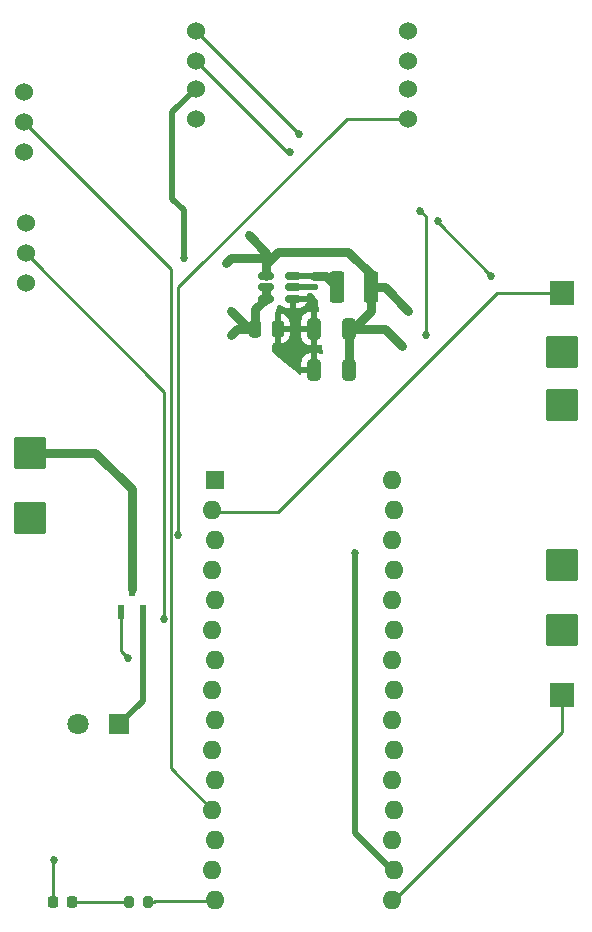
<source format=gtl>
%TF.GenerationSoftware,KiCad,Pcbnew,9.0.0*%
%TF.CreationDate,2025-04-14T19:38:06-04:00*%
%TF.ProjectId,brainfreeze,62726169-6e66-4726-9565-7a652e6b6963,rev?*%
%TF.SameCoordinates,Original*%
%TF.FileFunction,Copper,L1,Top*%
%TF.FilePolarity,Positive*%
%FSLAX46Y46*%
G04 Gerber Fmt 4.6, Leading zero omitted, Abs format (unit mm)*
G04 Created by KiCad (PCBNEW 9.0.0) date 2025-04-14 19:38:06*
%MOMM*%
%LPD*%
G01*
G04 APERTURE LIST*
G04 Aperture macros list*
%AMRoundRect*
0 Rectangle with rounded corners*
0 $1 Rounding radius*
0 $2 $3 $4 $5 $6 $7 $8 $9 X,Y pos of 4 corners*
0 Add a 4 corners polygon primitive as box body*
4,1,4,$2,$3,$4,$5,$6,$7,$8,$9,$2,$3,0*
0 Add four circle primitives for the rounded corners*
1,1,$1+$1,$2,$3*
1,1,$1+$1,$4,$5*
1,1,$1+$1,$6,$7*
1,1,$1+$1,$8,$9*
0 Add four rect primitives between the rounded corners*
20,1,$1+$1,$2,$3,$4,$5,0*
20,1,$1+$1,$4,$5,$6,$7,0*
20,1,$1+$1,$6,$7,$8,$9,0*
20,1,$1+$1,$8,$9,$2,$3,0*%
G04 Aperture macros list end*
%TA.AperFunction,SMDPad,CuDef*%
%ADD10RoundRect,0.150000X-0.512500X-0.150000X0.512500X-0.150000X0.512500X0.150000X-0.512500X0.150000X0*%
%TD*%
%TA.AperFunction,SMDPad,CuDef*%
%ADD11RoundRect,0.250000X-0.250000X-0.475000X0.250000X-0.475000X0.250000X0.475000X-0.250000X0.475000X0*%
%TD*%
%TA.AperFunction,ComponentPad*%
%ADD12RoundRect,0.250000X-1.125000X-1.125000X1.125000X-1.125000X1.125000X1.125000X-1.125000X1.125000X0*%
%TD*%
%TA.AperFunction,SMDPad,CuDef*%
%ADD13RoundRect,0.140000X-0.170000X0.140000X-0.170000X-0.140000X0.170000X-0.140000X0.170000X0.140000X0*%
%TD*%
%TA.AperFunction,ComponentPad*%
%ADD14R,1.600000X1.600000*%
%TD*%
%TA.AperFunction,ComponentPad*%
%ADD15O,1.600000X1.600000*%
%TD*%
%TA.AperFunction,ComponentPad*%
%ADD16RoundRect,0.250001X-0.799999X-0.799999X0.799999X-0.799999X0.799999X0.799999X-0.799999X0.799999X0*%
%TD*%
%TA.AperFunction,SMDPad,CuDef*%
%ADD17RoundRect,0.250000X0.325000X0.650000X-0.325000X0.650000X-0.325000X-0.650000X0.325000X-0.650000X0*%
%TD*%
%TA.AperFunction,ComponentPad*%
%ADD18R,1.800000X1.800000*%
%TD*%
%TA.AperFunction,ComponentPad*%
%ADD19C,1.800000*%
%TD*%
%TA.AperFunction,SMDPad,CuDef*%
%ADD20R,0.558800X1.270000*%
%TD*%
%TA.AperFunction,ComponentPad*%
%ADD21C,1.524000*%
%TD*%
%TA.AperFunction,SMDPad,CuDef*%
%ADD22RoundRect,0.218750X-0.218750X-0.256250X0.218750X-0.256250X0.218750X0.256250X-0.218750X0.256250X0*%
%TD*%
%TA.AperFunction,SMDPad,CuDef*%
%ADD23RoundRect,0.200000X-0.200000X-0.275000X0.200000X-0.275000X0.200000X0.275000X-0.200000X0.275000X0*%
%TD*%
%TA.AperFunction,SMDPad,CuDef*%
%ADD24RoundRect,0.250000X-0.375000X-1.075000X0.375000X-1.075000X0.375000X1.075000X-0.375000X1.075000X0*%
%TD*%
%TA.AperFunction,ViaPad*%
%ADD25C,0.685800*%
%TD*%
%TA.AperFunction,Conductor*%
%ADD26C,0.762000*%
%TD*%
%TA.AperFunction,Conductor*%
%ADD27C,0.800000*%
%TD*%
%TA.AperFunction,Conductor*%
%ADD28C,0.254000*%
%TD*%
%TA.AperFunction,Conductor*%
%ADD29C,0.508000*%
%TD*%
G04 APERTURE END LIST*
D10*
X197462500Y-97050000D03*
X197462500Y-98000000D03*
X197462500Y-98950000D03*
X199737500Y-98950000D03*
X199737500Y-98000000D03*
X199737500Y-97050000D03*
D11*
X196550000Y-101500000D03*
X198450000Y-101500000D03*
D12*
X222500000Y-108000000D03*
D13*
X201500000Y-97040000D03*
X201500000Y-98000000D03*
D14*
X193125000Y-114340000D03*
D15*
X192875000Y-116880000D03*
X193125000Y-119420000D03*
X192850000Y-121960000D03*
X193125000Y-124500000D03*
X192850000Y-127040000D03*
X193125000Y-129580000D03*
X192850000Y-132120000D03*
X193125000Y-134660000D03*
X192850000Y-137200000D03*
X193125000Y-139740000D03*
X192850000Y-142280000D03*
X193100000Y-144820000D03*
X192875000Y-147360000D03*
X193100000Y-149900000D03*
X208100000Y-149900000D03*
X208325000Y-147360000D03*
X208100000Y-144820000D03*
X208325000Y-142280000D03*
X208100000Y-139740000D03*
X208325000Y-137200000D03*
X208100000Y-134660000D03*
X208325000Y-132120000D03*
X208100000Y-129580000D03*
X208325000Y-127040000D03*
X208100000Y-124500000D03*
X208325000Y-121960000D03*
X208100000Y-119420000D03*
X208325000Y-116880000D03*
X208100000Y-114340000D03*
D12*
X177500000Y-112000000D03*
D16*
X222500000Y-98500000D03*
D12*
X177500000Y-117500000D03*
D17*
X204475000Y-101500000D03*
X201525000Y-101500000D03*
D18*
X185000000Y-135000000D03*
D19*
X181500000Y-135000000D03*
D20*
X185170002Y-125500000D03*
X187000000Y-125500000D03*
X186085001Y-123569600D03*
D16*
X222500000Y-132500000D03*
D17*
X204475000Y-105000000D03*
X201525000Y-105000000D03*
D21*
X176969900Y-81493400D03*
X176969900Y-84033400D03*
X176969900Y-86573400D03*
X191500000Y-76270000D03*
X191500000Y-76270000D03*
X191500000Y-78810000D03*
X191500000Y-78810000D03*
X191500000Y-81190000D03*
X191500000Y-81190000D03*
X191500000Y-83730000D03*
X191500000Y-83730000D03*
X209500000Y-76270000D03*
X209500000Y-76270000D03*
X209500000Y-78810000D03*
X209500000Y-78810000D03*
X209500000Y-81190000D03*
X209500000Y-81190000D03*
X209500000Y-83730000D03*
X209500000Y-83730000D03*
D12*
X222500000Y-121500000D03*
D22*
X179425000Y-150000000D03*
X181000000Y-150000000D03*
D23*
X185850000Y-150000000D03*
X187500000Y-150000000D03*
D24*
X203500000Y-98000000D03*
X206300000Y-98000000D03*
D21*
X177100000Y-92593400D03*
X177100000Y-95133400D03*
X177100000Y-97673400D03*
D12*
X222500000Y-103500000D03*
X222500000Y-127000000D03*
D25*
X209000000Y-103000000D03*
X196000000Y-93600000D03*
X194100000Y-95900000D03*
X209500000Y-100000000D03*
X210500000Y-91500000D03*
X211000000Y-102000000D03*
X200230000Y-85000000D03*
X190000000Y-119000000D03*
X188800000Y-126100000D03*
X200000000Y-100500000D03*
X199500000Y-103500000D03*
X179500000Y-146500000D03*
X216500000Y-97000000D03*
X212000000Y-92403100D03*
X199500000Y-86500000D03*
X190500000Y-95500000D03*
X205000000Y-120500000D03*
X185800000Y-129400000D03*
X194500000Y-102000000D03*
X194500000Y-100000000D03*
D26*
X197462500Y-95500000D02*
X197462500Y-95062500D01*
X197462500Y-96500000D02*
X197462500Y-96037500D01*
X197462500Y-97050000D02*
X197462500Y-96500000D01*
X194500000Y-95500000D02*
X194100000Y-95900000D01*
X204475000Y-105000000D02*
X204475000Y-101500000D01*
X197462500Y-96037500D02*
X198500000Y-95000000D01*
X197462500Y-96500000D02*
X197462500Y-95500000D01*
X204825000Y-101500000D02*
X206300000Y-100025000D01*
X206300000Y-96900000D02*
X206300000Y-98000000D01*
X197462500Y-95062500D02*
X196000000Y-93600000D01*
X204475000Y-101500000D02*
X207500000Y-101500000D01*
X198500000Y-95000000D02*
X204400000Y-95000000D01*
X207500000Y-101500000D02*
X209000000Y-103000000D01*
X197462500Y-95500000D02*
X194500000Y-95500000D01*
X204400000Y-95000000D02*
X206300000Y-96900000D01*
X206300000Y-100025000D02*
X206300000Y-98000000D01*
X206300000Y-98000000D02*
X207500000Y-98000000D01*
D27*
X207500000Y-98000000D02*
X209500000Y-100000000D01*
D28*
X211000000Y-92000000D02*
X211000000Y-102000000D01*
X200230000Y-85000000D02*
X191500000Y-76270000D01*
X210500000Y-91500000D02*
X211000000Y-92000000D01*
X190500000Y-97500000D02*
X190000000Y-98000000D01*
X209500000Y-83730000D02*
X204270000Y-83730000D01*
X204270000Y-83730000D02*
X190500000Y-97500000D01*
X190000000Y-98000000D02*
X190000000Y-119000000D01*
X222500000Y-132500000D02*
X222340000Y-132660000D01*
X222500000Y-135680000D02*
X208240000Y-149940000D01*
X222500000Y-132500000D02*
X222500000Y-135680000D01*
X177100000Y-95133400D02*
X188800000Y-106833400D01*
X188800000Y-106833400D02*
X188800000Y-126100000D01*
X179425000Y-146575000D02*
X179500000Y-146500000D01*
X179425000Y-150000000D02*
X179425000Y-146575000D01*
X193000000Y-134500000D02*
X193000000Y-134700000D01*
X191500000Y-78810000D02*
X199190000Y-86500000D01*
X199190000Y-86500000D02*
X199500000Y-86500000D01*
X212000000Y-92403100D02*
X212000000Y-92500000D01*
X212000000Y-92500000D02*
X216500000Y-97000000D01*
D29*
X189500000Y-83190000D02*
X191500000Y-81190000D01*
X205000000Y-120500000D02*
X205000000Y-144160000D01*
X189500000Y-90500000D02*
X189500000Y-83190000D01*
X190483000Y-91483000D02*
X189500000Y-90500000D01*
D28*
X190500000Y-91500000D02*
X190483000Y-91483000D01*
D29*
X190500000Y-95500000D02*
X190500000Y-91500000D01*
X205000000Y-144160000D02*
X208240000Y-147400000D01*
D28*
X188000000Y-150000000D02*
X188060000Y-149940000D01*
X188060000Y-149940000D02*
X193000000Y-149940000D01*
X187500000Y-150000000D02*
X188000000Y-150000000D01*
X185170002Y-125500000D02*
X185170002Y-128770002D01*
X185170002Y-128770002D02*
X185800000Y-129400000D01*
X193080000Y-117000000D02*
X193000000Y-116920000D01*
X222500000Y-98500000D02*
X217000000Y-98500000D01*
X198500000Y-117000000D02*
X193080000Y-117000000D01*
X217000000Y-98500000D02*
X198500000Y-117000000D01*
D26*
X203500000Y-98000000D02*
X202540000Y-97040000D01*
X201490000Y-97050000D02*
X201500000Y-97040000D01*
D29*
X199737500Y-97050000D02*
X201490000Y-97050000D01*
D26*
X202540000Y-97040000D02*
X201500000Y-97040000D01*
D29*
X199737500Y-98000000D02*
X201500000Y-98000000D01*
D26*
X196550000Y-99862500D02*
X197462500Y-98950000D01*
X177500000Y-112000000D02*
X183000000Y-112000000D01*
X196550000Y-101500000D02*
X196550000Y-99862500D01*
X196550000Y-101500000D02*
X196000000Y-101500000D01*
X183000000Y-112000000D02*
X186085001Y-115085001D01*
X197462500Y-98950000D02*
X197462500Y-99037500D01*
X195000000Y-101500000D02*
X194500000Y-102000000D01*
X196550000Y-101500000D02*
X195000000Y-101500000D01*
X186085001Y-115085001D02*
X186085001Y-123569600D01*
X196000000Y-101500000D02*
X194500000Y-100000000D01*
X197462500Y-98000000D02*
X197462500Y-98950000D01*
D28*
X181000000Y-150000000D02*
X185850000Y-150000000D01*
D29*
X187000000Y-133000000D02*
X185000000Y-135000000D01*
X187000000Y-125500000D02*
X187000000Y-133000000D01*
D28*
X189402100Y-96465600D02*
X189402100Y-138722100D01*
X176969900Y-84033400D02*
X189402100Y-96465600D01*
X189402100Y-138722100D02*
X193000000Y-142320000D01*
%TA.AperFunction,Conductor*%
G36*
X201380039Y-98519685D02*
G01*
X201412200Y-98549600D01*
X201858203Y-99144271D01*
X201882494Y-99207445D01*
X201951342Y-99964774D01*
X201937807Y-100033320D01*
X201889363Y-100083668D01*
X201827851Y-100100000D01*
X201775000Y-100100000D01*
X201775000Y-102899999D01*
X201899972Y-102899999D01*
X201899986Y-102899998D01*
X202002695Y-102889506D01*
X202062606Y-102869653D01*
X202132434Y-102867251D01*
X202192476Y-102902982D01*
X202223670Y-102965502D01*
X202225102Y-102976133D01*
X202274338Y-103517730D01*
X202260803Y-103586276D01*
X202212359Y-103636624D01*
X202144385Y-103652787D01*
X202111843Y-103646662D01*
X202002697Y-103610494D01*
X202002690Y-103610493D01*
X201899986Y-103600000D01*
X201775000Y-103600000D01*
X201775000Y-104876000D01*
X201755315Y-104943039D01*
X201702511Y-104988794D01*
X201651000Y-105000000D01*
X201525000Y-105000000D01*
X201525000Y-105126000D01*
X201505315Y-105193039D01*
X201452511Y-105238794D01*
X201401000Y-105250000D01*
X200450000Y-105250000D01*
X200450000Y-105276922D01*
X200430315Y-105343961D01*
X200377511Y-105389716D01*
X200308353Y-105399660D01*
X200246617Y-105372181D01*
X199070548Y-104392123D01*
X198960016Y-104300013D01*
X200450000Y-104300013D01*
X200450000Y-104750000D01*
X201275000Y-104750000D01*
X201275000Y-103600000D01*
X201150027Y-103600000D01*
X201150012Y-103600001D01*
X201047302Y-103610494D01*
X200880880Y-103665641D01*
X200880875Y-103665643D01*
X200731654Y-103757684D01*
X200607684Y-103881654D01*
X200515643Y-104030875D01*
X200515641Y-104030880D01*
X200460494Y-104197302D01*
X200460493Y-104197309D01*
X200450000Y-104300013D01*
X198960016Y-104300013D01*
X198044617Y-103537180D01*
X198005718Y-103479141D01*
X198000000Y-103441921D01*
X198000000Y-102846987D01*
X198019685Y-102779948D01*
X198072489Y-102734193D01*
X198136605Y-102723629D01*
X198150021Y-102724999D01*
X198700000Y-102724999D01*
X198749972Y-102724999D01*
X198749986Y-102724998D01*
X198852697Y-102714505D01*
X199019119Y-102659358D01*
X199019124Y-102659356D01*
X199168345Y-102567315D01*
X199292315Y-102443345D01*
X199384356Y-102294124D01*
X199384358Y-102294119D01*
X199415551Y-102199986D01*
X200450001Y-102199986D01*
X200460494Y-102302697D01*
X200515641Y-102469119D01*
X200515643Y-102469124D01*
X200607684Y-102618345D01*
X200731654Y-102742315D01*
X200880875Y-102834356D01*
X200880880Y-102834358D01*
X201047302Y-102889505D01*
X201047309Y-102889506D01*
X201150019Y-102899999D01*
X201274999Y-102899999D01*
X201275000Y-102899998D01*
X201275000Y-101750000D01*
X200450001Y-101750000D01*
X200450001Y-102199986D01*
X199415551Y-102199986D01*
X199439505Y-102127697D01*
X199439506Y-102127690D01*
X199449999Y-102024986D01*
X199450000Y-102024973D01*
X199450000Y-101750000D01*
X198700000Y-101750000D01*
X198700000Y-102724999D01*
X198150021Y-102724999D01*
X198199999Y-102724998D01*
X198200000Y-102724998D01*
X198200000Y-101250000D01*
X198700000Y-101250000D01*
X199449999Y-101250000D01*
X199449999Y-100975028D01*
X199449998Y-100975013D01*
X199439505Y-100872300D01*
X199427436Y-100835878D01*
X199427432Y-100835868D01*
X199415551Y-100800013D01*
X200450000Y-100800013D01*
X200450000Y-101250000D01*
X201275000Y-101250000D01*
X201275000Y-100100000D01*
X201150027Y-100100000D01*
X201150012Y-100100001D01*
X201047302Y-100110494D01*
X200880880Y-100165641D01*
X200880875Y-100165643D01*
X200731654Y-100257684D01*
X200607684Y-100381654D01*
X200515643Y-100530875D01*
X200515641Y-100530880D01*
X200460494Y-100697302D01*
X200460493Y-100697309D01*
X200450000Y-100800013D01*
X199415551Y-100800013D01*
X199384358Y-100705880D01*
X199384356Y-100705875D01*
X199292315Y-100556654D01*
X199168345Y-100432684D01*
X199019124Y-100340643D01*
X199019119Y-100340641D01*
X198852697Y-100285494D01*
X198852690Y-100285493D01*
X198749986Y-100275000D01*
X198700000Y-100275000D01*
X198700000Y-101250000D01*
X198200000Y-101250000D01*
X198200000Y-100270958D01*
X198171377Y-100218537D01*
X198174943Y-100168696D01*
X198176362Y-100148847D01*
X198181624Y-100136750D01*
X198492774Y-99514451D01*
X198540357Y-99463297D01*
X198608049Y-99445987D01*
X198674353Y-99468022D01*
X198700957Y-99496617D01*
X198702537Y-99495393D01*
X198707321Y-99501561D01*
X198823438Y-99617678D01*
X198823447Y-99617685D01*
X198964803Y-99701282D01*
X198964806Y-99701283D01*
X199122504Y-99747099D01*
X199122510Y-99747100D01*
X199159350Y-99749999D01*
X199159366Y-99750000D01*
X199487500Y-99750000D01*
X199987500Y-99750000D01*
X200315634Y-99750000D01*
X200315649Y-99749999D01*
X200352489Y-99747100D01*
X200352495Y-99747099D01*
X200510193Y-99701283D01*
X200510196Y-99701282D01*
X200651552Y-99617685D01*
X200651561Y-99617678D01*
X200767678Y-99501561D01*
X200767685Y-99501552D01*
X200851281Y-99360198D01*
X200897100Y-99202486D01*
X200897295Y-99200001D01*
X200897295Y-99200000D01*
X199987500Y-99200000D01*
X199987500Y-99750000D01*
X199487500Y-99750000D01*
X199487500Y-99074000D01*
X199507185Y-99006961D01*
X199559989Y-98961206D01*
X199611500Y-98950000D01*
X199737500Y-98950000D01*
X199737500Y-98824000D01*
X199757185Y-98756961D01*
X199809989Y-98711206D01*
X199861500Y-98700000D01*
X200897295Y-98700000D01*
X200897295Y-98699998D01*
X200897100Y-98697511D01*
X200885794Y-98658594D01*
X200885994Y-98588724D01*
X200923937Y-98530055D01*
X200987576Y-98501212D01*
X201004871Y-98500000D01*
X201313000Y-98500000D01*
X201380039Y-98519685D01*
G37*
%TD.AperFunction*%
M02*

</source>
